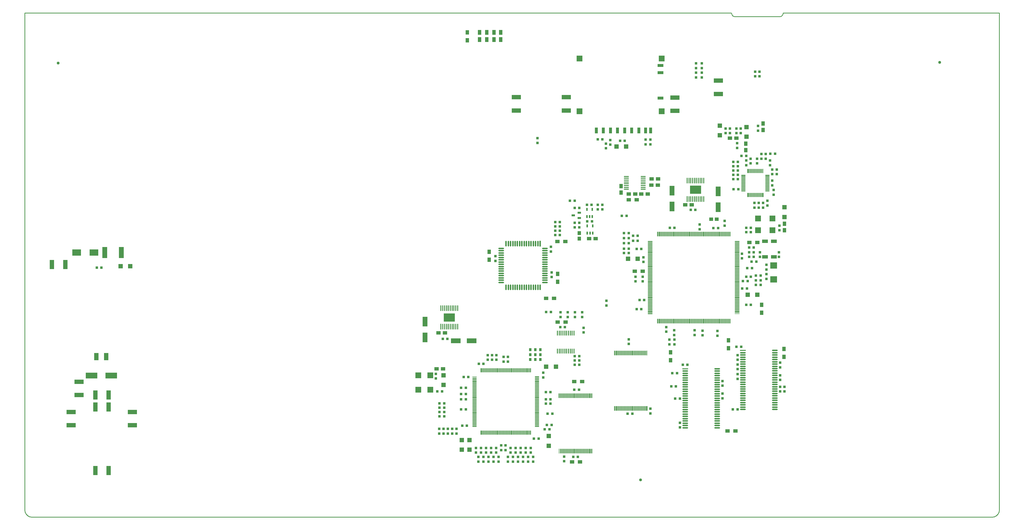
<source format=gtp>
%FSLAX24Y24*%
%MOIN*%
G70*
G01*
G75*
%ADD10C,0.0100*%
%ADD11R,0.0380X0.0380*%
%ADD12O,0.0630X0.0110*%
%ADD13R,0.0500X0.0650*%
%ADD14O,0.0189X0.0787*%
%ADD15O,0.0787X0.0189*%
%ADD16R,0.0189X0.0787*%
%ADD17R,0.0500X0.0600*%
%ADD18R,0.0600X0.0500*%
%ADD19R,0.1200X0.0900*%
%ADD20R,0.1614X0.0827*%
%ADD21R,0.0600X0.1250*%
%ADD22R,0.1250X0.0600*%
%ADD23O,0.0110X0.0669*%
%ADD24R,0.0110X0.0669*%
%ADD25O,0.0110X0.0709*%
%ADD26O,0.0157X0.0701*%
%ADD27R,0.0157X0.0701*%
%ADD28O,0.0138X0.0846*%
%ADD29R,0.0709X0.1378*%
%ADD30R,0.1378X0.0709*%
%ADD31R,0.0709X0.1575*%
%ADD32R,0.0709X0.0110*%
%ADD33O,0.0709X0.0110*%
%ADD34O,0.0709X0.0110*%
%ADD35R,0.0600X0.0600*%
%ADD36R,0.1575X0.1181*%
%ADD37R,0.0138X0.0846*%
%ADD38R,0.0551X0.0492*%
%ADD39O,0.0701X0.0157*%
%ADD40R,0.0800X0.0800*%
%ADD41R,0.0787X0.0512*%
%ADD42R,0.0945X0.0906*%
%ADD43O,0.0787X0.0177*%
%ADD44R,0.0787X0.0177*%
%ADD45O,0.0110X0.0630*%
%ADD46R,0.0110X0.0630*%
%ADD47C,0.0400*%
%ADD48R,0.0433X0.0787*%
%ADD49R,0.0787X0.0787*%
%ADD50R,0.0787X0.0394*%
%ADD51R,0.0236X0.0433*%
%ADD52R,0.0472X0.0315*%
%ADD53R,0.0492X0.0551*%
%ADD54R,0.0600X0.1000*%
%ADD55R,0.0380X0.0425*%
%ADD56R,0.0630X0.0110*%
%ADD57O,0.0630X0.0110*%
%ADD58C,0.0120*%
%ADD59C,0.0110*%
%ADD60C,0.0400*%
%ADD61C,0.0500*%
%ADD62C,0.0150*%
%ADD63C,0.0200*%
%ADD64C,0.0080*%
%ADD65C,0.0600*%
%ADD66C,0.1000*%
%ADD67C,0.0320*%
%ADD68C,0.0300*%
%ADD69C,0.0290*%
%ADD70C,0.0380*%
%ADD71C,0.0390*%
%ADD72C,0.0180*%
%ADD73C,0.0130*%
%ADD74C,0.0250*%
%ADD75C,0.0280*%
%ADD76C,0.0170*%
%ADD77C,0.0140*%
%ADD78C,0.0220*%
%ADD79C,0.0090*%
%ADD80C,0.0157*%
%ADD81C,0.0310*%
%ADD82C,0.0270*%
%ADD83C,0.0350*%
%ADD84R,0.5050X0.4500*%
%ADD85R,0.5050X0.9550*%
%ADD86R,0.1350X0.1400*%
%ADD87R,0.0300X0.1229*%
%ADD88R,0.0670X0.0700*%
%ADD89C,0.0620*%
%ADD90P,0.0620X8X0*%
%ADD91C,0.0787*%
%ADD92C,0.0906*%
%ADD93C,0.1000*%
%ADD94C,0.0650*%
%ADD95C,0.0600*%
%ADD96C,0.0500*%
%ADD97C,0.0945*%
%ADD98C,0.1181*%
%ADD99C,0.0118*%
%ADD100C,0.0060*%
%ADD101C,0.0098*%
%ADD102C,0.0079*%
%ADD103C,0.0070*%
%ADD104C,0.0160*%
%ADD105R,0.0130X0.0360*%
%ADD106R,0.0430X0.3100*%
%ADD107R,0.1500X0.0500*%
%ADD108R,0.0300X0.0500*%
D10*
X31275Y44075D02*
X31280Y43977D01*
X31294Y43880D01*
X31318Y43785D01*
X31351Y43692D01*
X31393Y43604D01*
X31444Y43519D01*
X31502Y43441D01*
X31568Y43368D01*
X31641Y43302D01*
X31719Y43244D01*
X31804Y43193D01*
X31892Y43151D01*
X31985Y43118D01*
X32080Y43094D01*
X32177Y43080D01*
X32275Y43075D01*
X165475D02*
X165573Y43080D01*
X165670Y43094D01*
X165765Y43118D01*
X165858Y43151D01*
X165946Y43193D01*
X166031Y43244D01*
X166109Y43302D01*
X166182Y43368D01*
X166248Y43441D01*
X166306Y43519D01*
X166357Y43604D01*
X166399Y43692D01*
X166432Y43785D01*
X166456Y43880D01*
X166470Y43977D01*
X166475Y44075D01*
X129325Y113125D02*
X129335Y113027D01*
X129363Y112934D01*
X129409Y112847D01*
X129471Y112771D01*
X129547Y112709D01*
X129634Y112663D01*
X129727Y112635D01*
X129825Y112625D01*
X135975D02*
X136073Y112635D01*
X136166Y112663D01*
X136253Y112709D01*
X136329Y112771D01*
X136391Y112847D01*
X136437Y112934D01*
X136465Y113027D01*
X136475Y113125D01*
X166475D01*
X129825Y112625D02*
X135975D01*
X166475Y44075D02*
Y113125D01*
X31275Y44075D02*
Y113125D01*
X129325D01*
X32275Y43075D02*
X165475D01*
D11*
X89375Y55325D02*
D03*
X88775D02*
D03*
X104275Y80625D02*
D03*
Y79975D02*
D03*
X104375Y76425D02*
D03*
Y77075D02*
D03*
X96575Y79325D02*
D03*
Y78675D02*
D03*
X105525Y84075D02*
D03*
X104875D02*
D03*
X105525Y83475D02*
D03*
X104875D02*
D03*
X105525Y82875D02*
D03*
X104875D02*
D03*
X105525Y82275D02*
D03*
X104875D02*
D03*
X114125Y84925D02*
D03*
X114775D02*
D03*
X106925Y87025D02*
D03*
X107575D02*
D03*
X106225Y69475D02*
D03*
X105575D02*
D03*
X105625Y71525D02*
D03*
X108625D02*
D03*
X106625D02*
D03*
X107625D02*
D03*
X41275Y77725D02*
D03*
X41925D02*
D03*
X120725Y67075D02*
D03*
X131375Y83275D02*
D03*
X132025D02*
D03*
X124425Y106125D02*
D03*
Y105475D02*
D03*
X125225D02*
D03*
Y106125D02*
D03*
X89275Y67825D02*
D03*
X89925D02*
D03*
X106625Y70875D02*
D03*
X105625D02*
D03*
X108625D02*
D03*
X107625D02*
D03*
X88325Y62975D02*
D03*
Y62325D02*
D03*
X104275Y71575D02*
D03*
X103625D02*
D03*
X125225Y104175D02*
D03*
Y104825D02*
D03*
X124425D02*
D03*
Y104175D02*
D03*
X133225Y104975D02*
D03*
Y104325D02*
D03*
X132625D02*
D03*
Y104975D02*
D03*
X107511Y60761D02*
D03*
X108161D02*
D03*
X108025Y51425D02*
D03*
X107375D02*
D03*
X106125Y50825D02*
D03*
Y51475D02*
D03*
X136075Y60525D02*
D03*
Y61175D02*
D03*
X118075Y57475D02*
D03*
Y58125D02*
D03*
X131775Y79875D02*
D03*
Y79225D02*
D03*
X132725Y76625D02*
D03*
X133375D02*
D03*
X114925Y57425D02*
D03*
X115575D02*
D03*
X115075Y67125D02*
D03*
Y67775D02*
D03*
X129525Y58025D02*
D03*
X130175D02*
D03*
X136075Y62775D02*
D03*
Y62125D02*
D03*
X130175Y64275D02*
D03*
Y63625D02*
D03*
Y65575D02*
D03*
Y64925D02*
D03*
X130025Y66725D02*
D03*
X130675D02*
D03*
X130175Y62275D02*
D03*
Y62925D02*
D03*
X136075Y63875D02*
D03*
Y64525D02*
D03*
X122175Y55525D02*
D03*
Y56175D02*
D03*
X121525Y59525D02*
D03*
X122175D02*
D03*
X121775Y63075D02*
D03*
X121125D02*
D03*
X122575Y64225D02*
D03*
X123225D02*
D03*
X121625Y61225D02*
D03*
X120975D02*
D03*
X128075Y59575D02*
D03*
Y60225D02*
D03*
Y61975D02*
D03*
Y61325D02*
D03*
X136675Y61175D02*
D03*
Y60525D02*
D03*
X135925Y79225D02*
D03*
Y79875D02*
D03*
X132425D02*
D03*
Y79225D02*
D03*
X131775Y80525D02*
D03*
X132425D02*
D03*
X132725Y75325D02*
D03*
Y75975D02*
D03*
X133275Y79225D02*
D03*
Y79875D02*
D03*
X134175Y78125D02*
D03*
Y77475D02*
D03*
Y76825D02*
D03*
Y76175D02*
D03*
X133375Y75325D02*
D03*
Y75975D02*
D03*
X128375Y83575D02*
D03*
Y84225D02*
D03*
X132025Y72575D02*
D03*
X131375D02*
D03*
X116025Y76475D02*
D03*
Y75825D02*
D03*
X130775Y79675D02*
D03*
Y79025D02*
D03*
X130925Y75875D02*
D03*
X131575D02*
D03*
X116175Y80325D02*
D03*
X116825D02*
D03*
X121425Y83275D02*
D03*
X120775D02*
D03*
X124225Y68375D02*
D03*
Y69025D02*
D03*
X120275Y69475D02*
D03*
Y68825D02*
D03*
X124925Y83725D02*
D03*
Y83075D02*
D03*
X127375Y68925D02*
D03*
Y68275D02*
D03*
X116575Y73225D02*
D03*
X117225D02*
D03*
X117125Y79175D02*
D03*
Y78525D02*
D03*
X131475Y74825D02*
D03*
X130825D02*
D03*
X125325Y68975D02*
D03*
Y68325D02*
D03*
X116175Y71975D02*
D03*
X116825D02*
D03*
X127475Y83225D02*
D03*
X126825D02*
D03*
X132175Y77675D02*
D03*
X131525D02*
D03*
X132125Y78575D02*
D03*
X132775D02*
D03*
X131375Y76475D02*
D03*
X132025D02*
D03*
X115075Y81125D02*
D03*
X114425D02*
D03*
X115675Y81475D02*
D03*
X116325D02*
D03*
X115075Y81825D02*
D03*
X114425D02*
D03*
X115675Y82175D02*
D03*
X116325D02*
D03*
X115075Y79775D02*
D03*
X114425D02*
D03*
Y80375D02*
D03*
X115075D02*
D03*
Y82525D02*
D03*
X114425D02*
D03*
X123675Y85775D02*
D03*
X124325D02*
D03*
X117025Y76475D02*
D03*
Y75825D02*
D03*
X120725Y67725D02*
D03*
X121375Y68375D02*
D03*
Y69025D02*
D03*
X121425Y67725D02*
D03*
Y67075D02*
D03*
X131375Y82675D02*
D03*
X132025D02*
D03*
X135975Y83575D02*
D03*
Y82925D02*
D03*
X102425Y95075D02*
D03*
Y95725D02*
D03*
X129575Y92425D02*
D03*
X130225D02*
D03*
Y90025D02*
D03*
X129575D02*
D03*
X133725Y86725D02*
D03*
Y86075D02*
D03*
X132525D02*
D03*
Y86725D02*
D03*
X130275Y88625D02*
D03*
X129625D02*
D03*
X134975Y89825D02*
D03*
Y89175D02*
D03*
X135175Y88525D02*
D03*
Y87875D02*
D03*
X135625Y91375D02*
D03*
X134975D02*
D03*
X134675Y91975D02*
D03*
Y92625D02*
D03*
X131375D02*
D03*
Y91975D02*
D03*
X133125Y86725D02*
D03*
Y86075D02*
D03*
X134325Y86375D02*
D03*
Y87025D02*
D03*
X135625Y90725D02*
D03*
X134975D02*
D03*
X130225Y91825D02*
D03*
X129575D02*
D03*
Y91225D02*
D03*
X130225D02*
D03*
Y90625D02*
D03*
X129575D02*
D03*
X133475Y93525D02*
D03*
Y92875D02*
D03*
X131975Y92225D02*
D03*
Y92875D02*
D03*
X132875D02*
D03*
Y92225D02*
D03*
X135375Y93575D02*
D03*
X134725D02*
D03*
X130725Y93275D02*
D03*
X131375D02*
D03*
X129125Y97075D02*
D03*
Y96425D02*
D03*
X128525D02*
D03*
Y97075D02*
D03*
X130025D02*
D03*
Y96425D02*
D03*
X130625D02*
D03*
Y97075D02*
D03*
X133025Y97425D02*
D03*
Y96775D02*
D03*
X130125Y95025D02*
D03*
Y94375D02*
D03*
X134075Y92875D02*
D03*
Y93525D02*
D03*
X111975Y73125D02*
D03*
Y72475D02*
D03*
X114525Y95375D02*
D03*
X113875D02*
D03*
X112525Y94825D02*
D03*
Y95475D02*
D03*
X111925Y94325D02*
D03*
Y94975D02*
D03*
X117425Y94875D02*
D03*
X118075D02*
D03*
X117425Y95525D02*
D03*
X118075D02*
D03*
X110775Y95575D02*
D03*
X111425D02*
D03*
X108825Y68725D02*
D03*
Y69375D02*
D03*
X109975Y84175D02*
D03*
X107575Y86025D02*
D03*
X109925Y86475D02*
D03*
X111425Y85825D02*
D03*
X109325Y84175D02*
D03*
X108225Y86025D02*
D03*
X109275Y86475D02*
D03*
X107575Y83975D02*
D03*
X108225D02*
D03*
Y83325D02*
D03*
X110775Y85825D02*
D03*
X107575Y83325D02*
D03*
X110775Y86475D02*
D03*
X111425D02*
D03*
X95525Y65575D02*
D03*
Y64925D02*
D03*
X96125Y65575D02*
D03*
Y64925D02*
D03*
X96725Y65575D02*
D03*
Y64925D02*
D03*
X92475Y60175D02*
D03*
X91825D02*
D03*
X94275Y64375D02*
D03*
X92475Y59425D02*
D03*
X92825Y62525D02*
D03*
X92625Y55775D02*
D03*
X97375Y53025D02*
D03*
X101925Y53975D02*
D03*
X103575Y58825D02*
D03*
X103225Y62475D02*
D03*
X97725Y64675D02*
D03*
X98325Y65325D02*
D03*
X91825Y61025D02*
D03*
Y58025D02*
D03*
X97975Y52375D02*
D03*
X104475Y57425D02*
D03*
X104225Y59425D02*
D03*
Y60425D02*
D03*
X94925Y64375D02*
D03*
X91825Y59425D02*
D03*
X92175Y62525D02*
D03*
X91975Y55775D02*
D03*
X97375Y52375D02*
D03*
X102575Y53975D02*
D03*
X104225Y58825D02*
D03*
X103225Y63125D02*
D03*
X97725Y65325D02*
D03*
X98325Y64675D02*
D03*
X92475Y61025D02*
D03*
Y58025D02*
D03*
X97975Y53025D02*
D03*
X103825Y57425D02*
D03*
X103575Y59425D02*
D03*
Y60425D02*
D03*
X88825Y57075D02*
D03*
X88775Y54675D02*
D03*
X89375D02*
D03*
X88825Y58875D02*
D03*
X104375Y55875D02*
D03*
X101475Y52025D02*
D03*
X100425Y50775D02*
D03*
X99375Y52025D02*
D03*
X95975D02*
D03*
X94925Y50775D02*
D03*
X93875Y52025D02*
D03*
X89975Y54675D02*
D03*
X101825Y50775D02*
D03*
X100775Y52025D02*
D03*
X99725Y50775D02*
D03*
X99025D02*
D03*
X97025D02*
D03*
X96325D02*
D03*
X95275Y52025D02*
D03*
X94225Y50775D02*
D03*
X90575Y54675D02*
D03*
X89475Y58275D02*
D03*
X104075Y55275D02*
D03*
X101125Y50775D02*
D03*
X100075Y52025D02*
D03*
X96675D02*
D03*
X94575D02*
D03*
X91175Y54675D02*
D03*
X89475Y57675D02*
D03*
Y58875D02*
D03*
X88825Y58275D02*
D03*
Y57675D02*
D03*
X89475Y57075D02*
D03*
X89975Y55325D02*
D03*
X90575D02*
D03*
X91175D02*
D03*
X93875Y52675D02*
D03*
X94225Y51425D02*
D03*
X94575Y52675D02*
D03*
X94925Y51425D02*
D03*
X95275Y52675D02*
D03*
X95975D02*
D03*
X96325Y51425D02*
D03*
X96675Y52675D02*
D03*
X97025Y51425D02*
D03*
X99025D02*
D03*
X99375Y52675D02*
D03*
X99725Y51425D02*
D03*
X100075Y52675D02*
D03*
X100425Y51425D02*
D03*
X100775Y52675D02*
D03*
X101125Y51425D02*
D03*
X101475Y52675D02*
D03*
X101825Y51425D02*
D03*
X103425Y55275D02*
D03*
X103725Y55875D02*
D03*
X95625Y50775D02*
D03*
Y51425D02*
D03*
X98325D02*
D03*
Y50775D02*
D03*
X98675Y52675D02*
D03*
Y52025D02*
D03*
X107575Y65425D02*
D03*
X108225D02*
D03*
X107575Y64825D02*
D03*
X108225D02*
D03*
X107575Y64225D02*
D03*
X108225D02*
D03*
X89175Y60525D02*
D03*
X88525D02*
D03*
D12*
X93675Y58835D02*
D03*
Y58638D02*
D03*
X134316Y90584D02*
D03*
Y90388D02*
D03*
Y90191D02*
D03*
Y89994D02*
D03*
Y89797D02*
D03*
Y89600D02*
D03*
Y89403D02*
D03*
Y89206D02*
D03*
Y89010D02*
D03*
Y88813D02*
D03*
Y88616D02*
D03*
Y88419D02*
D03*
X130969D02*
D03*
Y88616D02*
D03*
Y88813D02*
D03*
Y89010D02*
D03*
Y89206D02*
D03*
Y89403D02*
D03*
Y89600D02*
D03*
Y89797D02*
D03*
Y89994D02*
D03*
Y90191D02*
D03*
Y90388D02*
D03*
Y90584D02*
D03*
X93675Y57063D02*
D03*
Y57260D02*
D03*
Y57457D02*
D03*
Y57654D02*
D03*
Y58244D02*
D03*
Y58441D02*
D03*
Y59032D02*
D03*
X102336Y60803D02*
D03*
Y60213D02*
D03*
Y61197D02*
D03*
Y57851D02*
D03*
Y61000D02*
D03*
Y61394D02*
D03*
Y60016D02*
D03*
Y58047D02*
D03*
Y55882D02*
D03*
Y56079D02*
D03*
Y56276D02*
D03*
Y56473D02*
D03*
Y56670D02*
D03*
Y56866D02*
D03*
Y57063D02*
D03*
Y57654D02*
D03*
Y58244D02*
D03*
Y59229D02*
D03*
Y59622D02*
D03*
Y59819D02*
D03*
Y58441D02*
D03*
Y61591D02*
D03*
Y62181D02*
D03*
X93675Y59819D02*
D03*
Y59229D02*
D03*
X102336Y58638D02*
D03*
X93675Y62181D02*
D03*
Y61984D02*
D03*
Y61788D02*
D03*
Y61591D02*
D03*
Y61394D02*
D03*
Y61197D02*
D03*
Y61000D02*
D03*
Y60803D02*
D03*
Y60606D02*
D03*
Y60410D02*
D03*
Y60213D02*
D03*
Y60016D02*
D03*
Y59622D02*
D03*
Y58047D02*
D03*
Y57851D02*
D03*
Y56866D02*
D03*
Y56670D02*
D03*
Y56276D02*
D03*
Y55882D02*
D03*
Y55685D02*
D03*
X102336D02*
D03*
Y57260D02*
D03*
Y57457D02*
D03*
Y58835D02*
D03*
Y59032D02*
D03*
Y59425D02*
D03*
Y60410D02*
D03*
Y60606D02*
D03*
Y61788D02*
D03*
Y61984D02*
D03*
Y62378D02*
D03*
Y62575D02*
D03*
X93675Y56473D02*
D03*
Y56079D02*
D03*
Y62378D02*
D03*
D13*
X94375Y110425D02*
D03*
Y109425D02*
D03*
X96375Y110425D02*
D03*
Y109425D02*
D03*
X95375Y110425D02*
D03*
Y109425D02*
D03*
X97325D02*
D03*
Y110425D02*
D03*
D14*
X101515Y75012D02*
D03*
X101830D02*
D03*
X102145D02*
D03*
X102460Y81075D02*
D03*
X102145D02*
D03*
X102775Y75012D02*
D03*
X102460D02*
D03*
X101200D02*
D03*
X100885D02*
D03*
X100570D02*
D03*
X100255D02*
D03*
X99940D02*
D03*
X99625D02*
D03*
X99310D02*
D03*
X98995D02*
D03*
X98681D02*
D03*
X98366D02*
D03*
X98051D02*
D03*
Y81075D02*
D03*
X98366D02*
D03*
X98681D02*
D03*
X98995D02*
D03*
X99310D02*
D03*
X99625D02*
D03*
X99940D02*
D03*
X100255D02*
D03*
X100570D02*
D03*
X100885D02*
D03*
X101200D02*
D03*
X101515D02*
D03*
X101830D02*
D03*
D15*
X103444Y80406D02*
D03*
Y80091D02*
D03*
Y79776D02*
D03*
Y79461D02*
D03*
Y79146D02*
D03*
Y78831D02*
D03*
Y78516D02*
D03*
Y78201D02*
D03*
Y77886D02*
D03*
Y77571D02*
D03*
Y77256D02*
D03*
Y76941D02*
D03*
Y76626D02*
D03*
Y76311D02*
D03*
Y75996D02*
D03*
Y75681D02*
D03*
X97381D02*
D03*
Y75996D02*
D03*
Y76311D02*
D03*
Y76626D02*
D03*
Y76941D02*
D03*
Y77256D02*
D03*
Y77571D02*
D03*
Y77886D02*
D03*
Y78201D02*
D03*
Y78516D02*
D03*
Y78831D02*
D03*
Y79146D02*
D03*
Y79461D02*
D03*
Y79776D02*
D03*
Y80091D02*
D03*
Y80406D02*
D03*
D16*
X102775Y81075D02*
D03*
D17*
X95725Y78825D02*
D03*
Y79925D02*
D03*
X105225Y76875D02*
D03*
Y75775D02*
D03*
X131325Y94075D02*
D03*
Y94975D02*
D03*
X133725Y97775D02*
D03*
Y96875D02*
D03*
X120875Y65975D02*
D03*
Y64875D02*
D03*
X128925Y67625D02*
D03*
Y66525D02*
D03*
X136625Y65325D02*
D03*
Y66425D02*
D03*
X133525Y71475D02*
D03*
Y72575D02*
D03*
X92675Y110425D02*
D03*
Y109325D02*
D03*
X114025Y89073D02*
D03*
Y88173D02*
D03*
X136675Y82925D02*
D03*
Y83825D02*
D03*
D18*
X106275Y81375D02*
D03*
X105175D02*
D03*
X129125Y95725D02*
D03*
X130025D02*
D03*
X119127Y90075D02*
D03*
X118227D02*
D03*
X106325Y70175D02*
D03*
X105225D02*
D03*
X132915Y81225D02*
D03*
X131815D02*
D03*
X128775Y55025D02*
D03*
X129875D02*
D03*
X123825Y86475D02*
D03*
X122925D02*
D03*
X108611Y61889D02*
D03*
X107511D02*
D03*
X115075Y87173D02*
D03*
X116175D02*
D03*
X117725Y87973D02*
D03*
X116825D02*
D03*
X115975D02*
D03*
X115075D02*
D03*
X103625Y73475D02*
D03*
X104725D02*
D03*
X88425Y63675D02*
D03*
X89325D02*
D03*
X88675Y68675D02*
D03*
X89575D02*
D03*
X118225Y89213D02*
D03*
X119125D02*
D03*
X115925Y77225D02*
D03*
X117025D02*
D03*
X108325Y50725D02*
D03*
X107225D02*
D03*
X110475Y81775D02*
D03*
X109575D02*
D03*
D19*
X38475Y79825D02*
D03*
X40875D02*
D03*
D20*
X43275Y62725D02*
D03*
X40558D02*
D03*
D21*
X41075Y58375D02*
D03*
X42925D02*
D03*
X41075Y49525D02*
D03*
X42925D02*
D03*
Y60025D02*
D03*
X41075D02*
D03*
X35045Y78175D02*
D03*
X36895D02*
D03*
D22*
X38825Y60025D02*
D03*
Y61875D02*
D03*
X127525Y101875D02*
D03*
Y103725D02*
D03*
X121475Y101375D02*
D03*
Y99525D02*
D03*
X106425Y101425D02*
D03*
Y99575D02*
D03*
X99475Y101425D02*
D03*
Y99575D02*
D03*
X46225Y55825D02*
D03*
X37725D02*
D03*
Y57675D02*
D03*
X46225D02*
D03*
D23*
X109165Y59942D02*
D03*
X105622Y52225D02*
D03*
X105819D02*
D03*
X106016D02*
D03*
X106212D02*
D03*
X106409D02*
D03*
X106606D02*
D03*
X106803D02*
D03*
X107000D02*
D03*
X107197D02*
D03*
X107394D02*
D03*
X107590D02*
D03*
X107787D02*
D03*
X107984D02*
D03*
X108181D02*
D03*
X108378D02*
D03*
X108575D02*
D03*
X108771D02*
D03*
X108968D02*
D03*
X109165D02*
D03*
X109362D02*
D03*
X109559D02*
D03*
X109756D02*
D03*
X109953D02*
D03*
X105425Y59942D02*
D03*
X105622D02*
D03*
X105819D02*
D03*
X106016D02*
D03*
X106212D02*
D03*
X106409D02*
D03*
X106606D02*
D03*
X106803D02*
D03*
X107000D02*
D03*
X107197D02*
D03*
X107394D02*
D03*
X107590D02*
D03*
X107787D02*
D03*
X107984D02*
D03*
X108181D02*
D03*
X108378D02*
D03*
X108575D02*
D03*
X108771D02*
D03*
X108968D02*
D03*
X109362D02*
D03*
X109559D02*
D03*
X109756D02*
D03*
X109953D02*
D03*
X113097Y58158D02*
D03*
X113294D02*
D03*
X113491D02*
D03*
X113688D02*
D03*
X114082D02*
D03*
X114279D02*
D03*
X114475D02*
D03*
X114672D02*
D03*
X114869D02*
D03*
X115066D02*
D03*
X115263D02*
D03*
X115460D02*
D03*
X115656D02*
D03*
X115853D02*
D03*
X116050D02*
D03*
X116247D02*
D03*
X116444D02*
D03*
X116641D02*
D03*
X116838D02*
D03*
X117034D02*
D03*
X117231D02*
D03*
X117428D02*
D03*
X117625D02*
D03*
X113097Y65875D02*
D03*
X113294D02*
D03*
X113491D02*
D03*
X113688D02*
D03*
X113885D02*
D03*
X114082D02*
D03*
X114279D02*
D03*
X114475D02*
D03*
X114672D02*
D03*
X114869D02*
D03*
X115066D02*
D03*
X115263D02*
D03*
X115460D02*
D03*
X115656D02*
D03*
X115853D02*
D03*
X116050D02*
D03*
X116247D02*
D03*
X116444D02*
D03*
X116641D02*
D03*
X116838D02*
D03*
X117034D02*
D03*
X117231D02*
D03*
X117428D02*
D03*
X113885Y58158D02*
D03*
D24*
X105425Y52225D02*
D03*
X117625Y65875D02*
D03*
D25*
X119259Y82388D02*
D03*
X119456D02*
D03*
X120046D02*
D03*
X120637D02*
D03*
X120243D02*
D03*
X120440D02*
D03*
X129101D02*
D03*
X128905D02*
D03*
X128708D02*
D03*
X128511D02*
D03*
X128314D02*
D03*
X128117D02*
D03*
X127920D02*
D03*
X127723D02*
D03*
X127527D02*
D03*
X127330D02*
D03*
X127133D02*
D03*
X126936D02*
D03*
X126739D02*
D03*
X126542D02*
D03*
X126345D02*
D03*
X126149D02*
D03*
X125952D02*
D03*
X125755D02*
D03*
X125558D02*
D03*
X125361D02*
D03*
X125164D02*
D03*
X124968D02*
D03*
X124771D02*
D03*
X124574D02*
D03*
X124377D02*
D03*
X124180D02*
D03*
X123983D02*
D03*
X123786D02*
D03*
X123590D02*
D03*
X123393D02*
D03*
X123196D02*
D03*
X122999D02*
D03*
X122802D02*
D03*
X122605D02*
D03*
X122408D02*
D03*
X122212D02*
D03*
X122015D02*
D03*
X121818D02*
D03*
X121621D02*
D03*
X121424D02*
D03*
X121227D02*
D03*
X121031D02*
D03*
X120834D02*
D03*
X119849D02*
D03*
X119653D02*
D03*
X119062D02*
D03*
Y70301D02*
D03*
X119259D02*
D03*
X119456D02*
D03*
X119653D02*
D03*
X119849D02*
D03*
X120046D02*
D03*
X120243D02*
D03*
X120440D02*
D03*
X120637D02*
D03*
X120834D02*
D03*
X121031D02*
D03*
X121227D02*
D03*
X121424D02*
D03*
X121621D02*
D03*
X121818D02*
D03*
X122015D02*
D03*
X122212D02*
D03*
X122408D02*
D03*
X122605D02*
D03*
X122802D02*
D03*
X122999D02*
D03*
X123196D02*
D03*
X123393D02*
D03*
X123590D02*
D03*
X123786D02*
D03*
X123983D02*
D03*
X124180D02*
D03*
X124377D02*
D03*
X124574D02*
D03*
X124771D02*
D03*
X124968D02*
D03*
X125164D02*
D03*
X125361D02*
D03*
X125558D02*
D03*
X125755D02*
D03*
X125952D02*
D03*
X126149D02*
D03*
X126345D02*
D03*
X126542D02*
D03*
X126739D02*
D03*
X126936D02*
D03*
X127133D02*
D03*
X127330D02*
D03*
X127527D02*
D03*
X127723D02*
D03*
X127920D02*
D03*
X128117D02*
D03*
X128314D02*
D03*
X128511D02*
D03*
X128708D02*
D03*
X128905D02*
D03*
X129101D02*
D03*
D26*
X107478Y68645D02*
D03*
X107222D02*
D03*
X106966D02*
D03*
X106710D02*
D03*
X106455D02*
D03*
X106199D02*
D03*
X105943D02*
D03*
X105687D02*
D03*
X105431D02*
D03*
X105175D02*
D03*
X107478Y66125D02*
D03*
X107222D02*
D03*
X106966D02*
D03*
X106710D02*
D03*
X106455D02*
D03*
X106199D02*
D03*
X105943D02*
D03*
X105687D02*
D03*
X105431D02*
D03*
D27*
X105175D02*
D03*
D28*
X124966Y87275D02*
D03*
X125222D02*
D03*
X124710D02*
D03*
X90816Y69525D02*
D03*
X91072D02*
D03*
X90560D02*
D03*
X89281D02*
D03*
X89537D02*
D03*
X89793D02*
D03*
X90049D02*
D03*
X90305D02*
D03*
X91328D02*
D03*
X89025Y72104D02*
D03*
X89281D02*
D03*
X89537D02*
D03*
X89793D02*
D03*
X90049D02*
D03*
X90305D02*
D03*
X90560D02*
D03*
X90816D02*
D03*
X91072D02*
D03*
X91328D02*
D03*
X125478Y89854D02*
D03*
X125222D02*
D03*
X124966D02*
D03*
X124710D02*
D03*
X124455D02*
D03*
X124199D02*
D03*
X123943D02*
D03*
X123687D02*
D03*
X123431D02*
D03*
X123175D02*
D03*
X125478Y87275D02*
D03*
X124455D02*
D03*
X124199D02*
D03*
X123943D02*
D03*
X123687D02*
D03*
X123431D02*
D03*
D29*
X127475Y86125D02*
D03*
Y88330D02*
D03*
X121075Y86225D02*
D03*
Y88430D02*
D03*
X86825Y70230D02*
D03*
Y68025D02*
D03*
D30*
X91075Y67575D02*
D03*
X93280D02*
D03*
D31*
X44667Y79825D02*
D03*
X42383D02*
D03*
D32*
X130125Y71325D02*
D03*
D33*
Y71522D02*
D03*
Y71719D02*
D03*
Y71916D02*
D03*
Y72112D02*
D03*
Y72309D02*
D03*
Y72506D02*
D03*
Y72703D02*
D03*
Y72900D02*
D03*
Y73097D02*
D03*
Y73293D02*
D03*
Y73490D02*
D03*
Y73687D02*
D03*
Y73884D02*
D03*
Y74081D02*
D03*
Y74475D02*
D03*
Y74671D02*
D03*
Y74868D02*
D03*
Y75065D02*
D03*
Y75262D02*
D03*
Y75459D02*
D03*
Y75656D02*
D03*
Y75853D02*
D03*
Y76049D02*
D03*
Y76246D02*
D03*
Y76443D02*
D03*
Y76837D02*
D03*
Y77034D02*
D03*
Y77231D02*
D03*
Y77427D02*
D03*
Y77624D02*
D03*
Y77821D02*
D03*
Y78018D02*
D03*
Y78215D02*
D03*
Y78412D02*
D03*
Y78608D02*
D03*
Y78805D02*
D03*
Y79002D02*
D03*
Y79199D02*
D03*
Y79396D02*
D03*
Y79593D02*
D03*
Y79790D02*
D03*
Y79986D02*
D03*
Y80183D02*
D03*
Y80380D02*
D03*
Y80577D02*
D03*
Y80774D02*
D03*
Y80971D02*
D03*
Y81167D02*
D03*
Y81364D02*
D03*
X118038D02*
D03*
Y81167D02*
D03*
Y80971D02*
D03*
Y80774D02*
D03*
Y80577D02*
D03*
Y80380D02*
D03*
Y80183D02*
D03*
Y79986D02*
D03*
Y79790D02*
D03*
Y79593D02*
D03*
Y79396D02*
D03*
Y79199D02*
D03*
Y79002D02*
D03*
Y78805D02*
D03*
Y78608D02*
D03*
Y78412D02*
D03*
Y78215D02*
D03*
Y77821D02*
D03*
Y77624D02*
D03*
Y77427D02*
D03*
Y77231D02*
D03*
Y77034D02*
D03*
Y76837D02*
D03*
Y76640D02*
D03*
Y76443D02*
D03*
Y76246D02*
D03*
Y76049D02*
D03*
Y75853D02*
D03*
Y75656D02*
D03*
Y75459D02*
D03*
Y75262D02*
D03*
Y75065D02*
D03*
Y74868D02*
D03*
Y74671D02*
D03*
Y74475D02*
D03*
Y74278D02*
D03*
Y74081D02*
D03*
Y73884D02*
D03*
Y73687D02*
D03*
Y73490D02*
D03*
Y73293D02*
D03*
Y73097D02*
D03*
Y72900D02*
D03*
Y72703D02*
D03*
Y72506D02*
D03*
Y72309D02*
D03*
Y72112D02*
D03*
Y71916D02*
D03*
Y71719D02*
D03*
Y71522D02*
D03*
Y71325D02*
D03*
X130125Y74278D02*
D03*
X118038Y78018D02*
D03*
D34*
X130125Y76640D02*
D03*
D35*
X89375Y62775D02*
D03*
Y61425D02*
D03*
X136675Y84775D02*
D03*
Y86125D02*
D03*
X131425Y95925D02*
D03*
Y97275D02*
D03*
X127725Y96125D02*
D03*
Y97475D02*
D03*
X116325Y78975D02*
D03*
X114975D02*
D03*
X132925Y73975D02*
D03*
X131575D02*
D03*
X113375Y94575D02*
D03*
X114725D02*
D03*
X45925Y77925D02*
D03*
X44575D02*
D03*
X104975Y63975D02*
D03*
X103625D02*
D03*
X91925Y53775D02*
D03*
X92975Y52425D02*
D03*
X103975Y52975D02*
D03*
X91925Y52425D02*
D03*
X92975Y53775D02*
D03*
X103975Y54325D02*
D03*
D36*
X90177Y70814D02*
D03*
X124327Y88564D02*
D03*
D37*
X89025Y69525D02*
D03*
X123175Y87275D02*
D03*
D38*
X126525Y84475D02*
D03*
X127273D02*
D03*
D39*
X117075Y90414D02*
D03*
Y88623D02*
D03*
Y88878D02*
D03*
Y89134D02*
D03*
Y89390D02*
D03*
Y89646D02*
D03*
Y89902D02*
D03*
Y90158D02*
D03*
X114736Y88623D02*
D03*
Y88878D02*
D03*
Y89134D02*
D03*
Y89390D02*
D03*
Y89646D02*
D03*
Y89902D02*
D03*
Y90158D02*
D03*
Y90414D02*
D03*
D40*
X133025Y82921D02*
D03*
X135025D02*
D03*
X133025Y84575D02*
D03*
X135025D02*
D03*
X85875Y62775D02*
D03*
Y60775D02*
D03*
X87529Y62775D02*
D03*
Y60775D02*
D03*
D41*
X135225Y79225D02*
D03*
X133965D02*
D03*
Y81390D02*
D03*
X135225D02*
D03*
D42*
X135175Y76096D02*
D03*
Y78025D02*
D03*
D43*
X130925Y62131D02*
D03*
Y58036D02*
D03*
Y65595D02*
D03*
Y63705D02*
D03*
X135358Y64650D02*
D03*
Y62760D02*
D03*
Y62131D02*
D03*
Y66225D02*
D03*
X130925Y64650D02*
D03*
Y62760D02*
D03*
X135358Y65595D02*
D03*
Y63705D02*
D03*
Y58036D02*
D03*
X130925Y59926D02*
D03*
Y60241D02*
D03*
X135358Y60556D02*
D03*
Y60241D02*
D03*
Y59926D02*
D03*
Y59611D02*
D03*
Y59296D02*
D03*
Y58981D02*
D03*
Y58666D02*
D03*
Y58351D02*
D03*
X130925D02*
D03*
Y58666D02*
D03*
Y58981D02*
D03*
X135358Y65910D02*
D03*
Y65280D02*
D03*
Y64965D02*
D03*
Y64335D02*
D03*
Y64020D02*
D03*
Y63390D02*
D03*
Y63075D02*
D03*
Y62445D02*
D03*
X130925D02*
D03*
Y63075D02*
D03*
Y63390D02*
D03*
Y64020D02*
D03*
Y64335D02*
D03*
Y64965D02*
D03*
Y65280D02*
D03*
Y65910D02*
D03*
X135358Y61501D02*
D03*
Y60871D02*
D03*
X130925D02*
D03*
Y61186D02*
D03*
Y60556D02*
D03*
Y61501D02*
D03*
Y59611D02*
D03*
Y59296D02*
D03*
Y61816D02*
D03*
X135358D02*
D03*
Y61186D02*
D03*
X122925Y59581D02*
D03*
Y55486D02*
D03*
Y63045D02*
D03*
Y61155D02*
D03*
X127358Y62100D02*
D03*
Y60210D02*
D03*
Y59581D02*
D03*
Y63675D02*
D03*
X122925Y62100D02*
D03*
Y60210D02*
D03*
X127358Y63045D02*
D03*
Y61155D02*
D03*
Y55486D02*
D03*
X122925Y57376D02*
D03*
Y57691D02*
D03*
X127358Y58006D02*
D03*
Y57691D02*
D03*
Y57376D02*
D03*
Y57061D02*
D03*
Y56746D02*
D03*
Y56431D02*
D03*
Y56116D02*
D03*
Y55801D02*
D03*
X122925D02*
D03*
Y56116D02*
D03*
Y56431D02*
D03*
X127358Y63360D02*
D03*
Y62730D02*
D03*
Y62415D02*
D03*
Y61785D02*
D03*
Y61470D02*
D03*
Y60840D02*
D03*
Y60525D02*
D03*
Y59895D02*
D03*
Y58321D02*
D03*
X122925D02*
D03*
Y58636D02*
D03*
Y58006D02*
D03*
Y58951D02*
D03*
X127358D02*
D03*
X122925Y57061D02*
D03*
Y56746D02*
D03*
Y59266D02*
D03*
Y59895D02*
D03*
Y60525D02*
D03*
Y60840D02*
D03*
Y61470D02*
D03*
Y61785D02*
D03*
Y62415D02*
D03*
Y62730D02*
D03*
Y63360D02*
D03*
X127358Y59266D02*
D03*
Y58636D02*
D03*
D44*
X130925Y66225D02*
D03*
X122925Y63675D02*
D03*
D45*
X133725Y87829D02*
D03*
X133528D02*
D03*
X133331D02*
D03*
X133134D02*
D03*
X132938D02*
D03*
X132741D02*
D03*
X132544D02*
D03*
X132347D02*
D03*
X132150D02*
D03*
X131953D02*
D03*
X131756D02*
D03*
X131560D02*
D03*
Y91175D02*
D03*
X131756D02*
D03*
X131953D02*
D03*
X132150D02*
D03*
X132347D02*
D03*
X132544D02*
D03*
X132741D02*
D03*
X132938D02*
D03*
X133134D02*
D03*
X133331D02*
D03*
X133528D02*
D03*
X100466Y54799D02*
D03*
X100269D02*
D03*
X100073D02*
D03*
X99876D02*
D03*
X99679D02*
D03*
X99482D02*
D03*
X99088D02*
D03*
X98892D02*
D03*
X98695D02*
D03*
X98498D02*
D03*
X98301D02*
D03*
X97907D02*
D03*
X97317D02*
D03*
X97120D02*
D03*
X96923D02*
D03*
X96726D02*
D03*
X96529D02*
D03*
X96332D02*
D03*
X95939D02*
D03*
X95742D02*
D03*
X95545D02*
D03*
X95348D02*
D03*
X95151D02*
D03*
X100466Y63461D02*
D03*
X100663D02*
D03*
X100860D02*
D03*
X98695D02*
D03*
X98892D02*
D03*
X99088D02*
D03*
X99285D02*
D03*
X99679D02*
D03*
X99876D02*
D03*
X100073D02*
D03*
X100269D02*
D03*
X101057D02*
D03*
X101451D02*
D03*
X94758Y54799D02*
D03*
X96136D02*
D03*
X97514D02*
D03*
X97710D02*
D03*
X98104D02*
D03*
X99285D02*
D03*
X101057D02*
D03*
X101254D02*
D03*
Y63461D02*
D03*
X99482D02*
D03*
X98498D02*
D03*
X98301D02*
D03*
X98104D02*
D03*
X97907D02*
D03*
X97710D02*
D03*
X97514D02*
D03*
X97317D02*
D03*
X97120D02*
D03*
X96923D02*
D03*
X96332D02*
D03*
X95939D02*
D03*
X95742D02*
D03*
X94758D02*
D03*
X94561D02*
D03*
X94955Y54799D02*
D03*
X94561D02*
D03*
X100860D02*
D03*
X100663D02*
D03*
X101451D02*
D03*
X94955Y63461D02*
D03*
X95151D02*
D03*
X95348D02*
D03*
X95545D02*
D03*
X96136D02*
D03*
X96529D02*
D03*
X96726D02*
D03*
D46*
X133725Y91175D02*
D03*
D47*
X35925Y106175D02*
D03*
X158225Y106275D02*
D03*
X116725Y48225D02*
D03*
D48*
X112532Y96809D02*
D03*
X111548D02*
D03*
X110564D02*
D03*
X118094D02*
D03*
X113517D02*
D03*
X114501D02*
D03*
X115485D02*
D03*
X116469D02*
D03*
X117424D02*
D03*
D49*
X119649Y99466D02*
D03*
X108231D02*
D03*
X119649Y106809D02*
D03*
X108231D02*
D03*
D50*
X119491Y104821D02*
D03*
Y101297D02*
D03*
Y105844D02*
D03*
D51*
X109325Y82525D02*
D03*
X109275Y84825D02*
D03*
X110023D02*
D03*
X110073Y82525D02*
D03*
X109275Y85849D02*
D03*
X109325Y83549D02*
D03*
X109649Y84825D02*
D03*
X110073Y83549D02*
D03*
X110023Y85849D02*
D03*
X109699Y82525D02*
D03*
D52*
X107359Y84999D02*
D03*
X108225Y85373D02*
D03*
Y84625D02*
D03*
D53*
Y82523D02*
D03*
Y81775D02*
D03*
D54*
X42575Y65375D02*
D03*
X41225D02*
D03*
D55*
X102125Y64967D02*
D03*
Y65646D02*
D03*
Y66325D02*
D03*
X101425D02*
D03*
Y65646D02*
D03*
Y64967D02*
D03*
X102825D02*
D03*
Y65646D02*
D03*
Y66325D02*
D03*
D56*
X93675Y62575D02*
D03*
D57*
Y59425D02*
D03*
M02*

</source>
